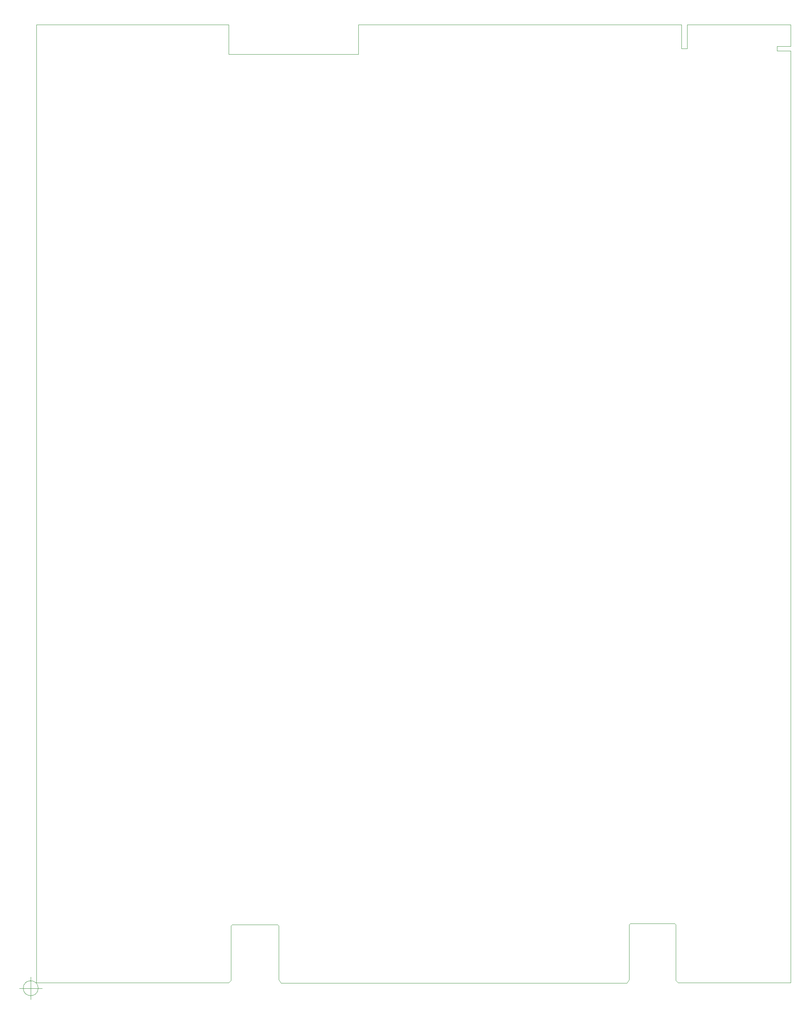
<source format=gbr>
%TF.GenerationSoftware,KiCad,Pcbnew,6.0.11-2627ca5db0~126~ubuntu22.04.1*%
%TF.CreationDate,2023-05-04T20:32:20-04:00*%
%TF.ProjectId,coleco_original_main_only,636f6c65-636f-45f6-9f72-6967696e616c,DEV*%
%TF.SameCoordinates,Original*%
%TF.FileFunction,Profile,NP*%
%FSLAX46Y46*%
G04 Gerber Fmt 4.6, Leading zero omitted, Abs format (unit mm)*
G04 Created by KiCad (PCBNEW 6.0.11-2627ca5db0~126~ubuntu22.04.1) date 2023-05-04 20:32:20*
%MOMM*%
%LPD*%
G01*
G04 APERTURE LIST*
%TA.AperFunction,Profile*%
%ADD10C,0.100000*%
%TD*%
G04 APERTURE END LIST*
D10*
X24560666Y-231499000D02*
G75*
G03*
X24560666Y-231499000I-1666666J0D01*
G01*
X20394000Y-231499000D02*
X25394000Y-231499000D01*
X22894000Y-228999000D02*
X22894000Y-233999000D01*
X166878000Y-229755000D02*
X167386000Y-230263000D01*
X24130000Y-230263000D02*
X67056000Y-230263000D01*
X67056000Y-16395000D02*
X24130000Y-16395000D01*
X67818000Y-217309000D02*
X77978000Y-217309000D01*
X169418000Y-21729000D02*
X168148000Y-21729000D01*
X96012000Y-16395000D02*
X96012000Y-22999000D01*
X156718000Y-217055000D02*
X166624000Y-217055000D01*
X168148000Y-21729000D02*
X168148000Y-16395000D01*
X166624000Y-217055000D02*
X166878000Y-217309000D01*
X192532000Y-16395000D02*
X169418000Y-16395000D01*
X24130000Y-16395000D02*
X24130000Y-230263000D01*
X189484000Y-21221000D02*
X192532000Y-21221000D01*
X67056000Y-22999000D02*
X67056000Y-16395000D01*
X189484000Y-22237000D02*
X189484000Y-21221000D01*
X167386000Y-230263000D02*
X192532000Y-230263000D01*
X169418000Y-16395000D02*
X169418000Y-21729000D01*
X192532000Y-21221000D02*
X192532000Y-16395000D01*
X67564000Y-229755000D02*
X67564000Y-217563000D01*
X192532000Y-230263000D02*
X192532000Y-22237000D01*
X78232000Y-217563000D02*
X78232000Y-220230000D01*
X96012000Y-22999000D02*
X67056000Y-22999000D01*
X77978000Y-217309000D02*
X78232000Y-217563000D01*
X192532000Y-22237000D02*
X189484000Y-22237000D01*
X168148000Y-16395000D02*
X96012000Y-16395000D01*
X156464000Y-220230000D02*
X156464000Y-217309000D01*
X156464000Y-217309000D02*
X156718000Y-217055000D01*
X166878000Y-217309000D02*
X166878000Y-229755000D01*
X67564000Y-217563000D02*
X67818000Y-217309000D01*
X67056000Y-230263000D02*
X67564000Y-229755000D01*
%TO.C,J2*%
X155956000Y-230390000D02*
X78740000Y-230390000D01*
X78232000Y-229628000D02*
X78232000Y-220230000D01*
X78740000Y-230390000D02*
X78232000Y-229628000D01*
X156464000Y-220230000D02*
X156464000Y-229628000D01*
X156464000Y-229628000D02*
X155956000Y-230390000D01*
%TD*%
M02*

</source>
